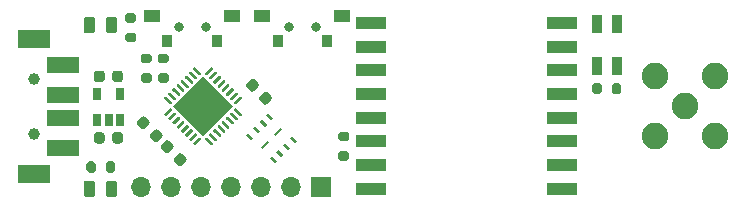
<source format=gbr>
%TF.GenerationSoftware,KiCad,Pcbnew,(5.1.9)-1*%
%TF.CreationDate,2021-02-26T13:25:28+01:00*%
%TF.ProjectId,DynaLoRa_Dongle,44796e61-4c6f-4526-915f-446f6e676c65,rev?*%
%TF.SameCoordinates,Original*%
%TF.FileFunction,Soldermask,Top*%
%TF.FilePolarity,Negative*%
%FSLAX46Y46*%
G04 Gerber Fmt 4.6, Leading zero omitted, Abs format (unit mm)*
G04 Created by KiCad (PCBNEW (5.1.9)-1) date 2021-02-26 13:25:28*
%MOMM*%
%LPD*%
G01*
G04 APERTURE LIST*
%ADD10C,0.100000*%
%ADD11R,0.850000X1.600000*%
%ADD12C,2.250000*%
%ADD13R,2.800000X1.400000*%
%ADD14R,2.700000X1.500000*%
%ADD15C,1.000000*%
%ADD16R,0.650000X1.060000*%
%ADD17R,2.500000X1.000000*%
%ADD18C,0.800000*%
%ADD19R,1.450000X1.000000*%
%ADD20R,0.900000X1.000000*%
%ADD21R,1.700000X1.700000*%
%ADD22O,1.700000X1.700000*%
G04 APERTURE END LIST*
%TO.C,C5*%
G36*
G01*
X28967862Y55671731D02*
X28605469Y55309338D01*
G75*
G02*
X28296109Y55309338I-154680J154680D01*
G01*
X27986750Y55618697D01*
G75*
G02*
X27986750Y55928057I154680J154680D01*
G01*
X28349143Y56290450D01*
G75*
G02*
X28658503Y56290450I154680J-154680D01*
G01*
X28967862Y55981091D01*
G75*
G02*
X28967862Y55671731I-154680J-154680D01*
G01*
G37*
G36*
G01*
X30081556Y54558037D02*
X29719163Y54195644D01*
G75*
G02*
X29409803Y54195644I-154680J154680D01*
G01*
X29100444Y54505003D01*
G75*
G02*
X29100444Y54814363I154680J154680D01*
G01*
X29462837Y55176756D01*
G75*
G02*
X29772197Y55176756I154680J-154680D01*
G01*
X30081556Y54867397D01*
G75*
G02*
X30081556Y54558037I-154680J-154680D01*
G01*
G37*
%TD*%
%TO.C,D2*%
G36*
G01*
X26291600Y50646650D02*
X26291600Y49734150D01*
G75*
G02*
X26047850Y49490400I-243750J0D01*
G01*
X25560350Y49490400D01*
G75*
G02*
X25316600Y49734150I0J243750D01*
G01*
X25316600Y50646650D01*
G75*
G02*
X25560350Y50890400I243750J0D01*
G01*
X26047850Y50890400D01*
G75*
G02*
X26291600Y50646650I0J-243750D01*
G01*
G37*
G36*
G01*
X24416600Y50646650D02*
X24416600Y49734150D01*
G75*
G02*
X24172850Y49490400I-243750J0D01*
G01*
X23685350Y49490400D01*
G75*
G02*
X23441600Y49734150I0J243750D01*
G01*
X23441600Y50646650D01*
G75*
G02*
X23685350Y50890400I243750J0D01*
G01*
X24172850Y50890400D01*
G75*
G02*
X24416600Y50646650I0J-243750D01*
G01*
G37*
%TD*%
D10*
%TO.C,U1*%
G36*
X38914661Y56457224D02*
G01*
X39091437Y56634000D01*
X39515701Y56209736D01*
X39338925Y56032960D01*
X38914661Y56457224D01*
G37*
G36*
X40894560Y54477325D02*
G01*
X41071336Y54654101D01*
X41495600Y54229837D01*
X41318824Y54053061D01*
X40894560Y54477325D01*
G37*
G36*
X38348975Y55891538D02*
G01*
X38525751Y56068314D01*
X38950015Y55644050D01*
X38773239Y55467274D01*
X38348975Y55891538D01*
G37*
G36*
X37783290Y55325853D02*
G01*
X37960066Y55502629D01*
X38384330Y55078365D01*
X38207554Y54901589D01*
X37783290Y55325853D01*
G37*
G36*
X37217604Y54760167D02*
G01*
X37394380Y54936943D01*
X37818644Y54512679D01*
X37641868Y54335903D01*
X37217604Y54760167D01*
G37*
G36*
X40328874Y53911639D02*
G01*
X40505650Y54088415D01*
X40929914Y53664151D01*
X40753138Y53487375D01*
X40328874Y53911639D01*
G37*
G36*
X39763189Y53345954D02*
G01*
X39939965Y53522730D01*
X40364229Y53098466D01*
X40187453Y52921690D01*
X39763189Y53345954D01*
G37*
G36*
X39197503Y52780268D02*
G01*
X39374279Y52957044D01*
X39798543Y52532780D01*
X39621767Y52356004D01*
X39197503Y52780268D01*
G37*
G36*
X38423221Y53703042D02*
G01*
X38988906Y54268727D01*
X39130327Y54127306D01*
X38564642Y53561621D01*
X38423221Y53703042D01*
G37*
G36*
X39536773Y54816594D02*
G01*
X40102458Y55382279D01*
X40243879Y55240858D01*
X39678194Y54675173D01*
X39536773Y54816594D01*
G37*
%TD*%
%TO.C,C1*%
G36*
G01*
X24315000Y54258400D02*
X24315000Y54758400D01*
G75*
G02*
X24540000Y54983400I225000J0D01*
G01*
X24990000Y54983400D01*
G75*
G02*
X25215000Y54758400I0J-225000D01*
G01*
X25215000Y54258400D01*
G75*
G02*
X24990000Y54033400I-225000J0D01*
G01*
X24540000Y54033400D01*
G75*
G02*
X24315000Y54258400I0J225000D01*
G01*
G37*
G36*
G01*
X25865000Y54258400D02*
X25865000Y54758400D01*
G75*
G02*
X26090000Y54983400I225000J0D01*
G01*
X26540000Y54983400D01*
G75*
G02*
X26765000Y54758400I0J-225000D01*
G01*
X26765000Y54258400D01*
G75*
G02*
X26540000Y54033400I-225000J0D01*
G01*
X26090000Y54033400D01*
G75*
G02*
X25865000Y54258400I0J225000D01*
G01*
G37*
%TD*%
%TO.C,C2*%
G36*
G01*
X38330833Y58013413D02*
X38684387Y58366967D01*
G75*
G02*
X39002585Y58366967I159099J-159099D01*
G01*
X39320783Y58048769D01*
G75*
G02*
X39320783Y57730571I-159099J-159099D01*
G01*
X38967229Y57377017D01*
G75*
G02*
X38649031Y57377017I-159099J159099D01*
G01*
X38330833Y57695215D01*
G75*
G02*
X38330833Y58013413I159099J159099D01*
G01*
G37*
G36*
G01*
X37234817Y59109429D02*
X37588371Y59462983D01*
G75*
G02*
X37906569Y59462983I159099J-159099D01*
G01*
X38224767Y59144785D01*
G75*
G02*
X38224767Y58826587I-159099J-159099D01*
G01*
X37871213Y58473033D01*
G75*
G02*
X37553015Y58473033I-159099J159099D01*
G01*
X37234817Y58791231D01*
G75*
G02*
X37234817Y59109429I159099J159099D01*
G01*
G37*
%TD*%
%TO.C,C3*%
G36*
G01*
X25865000Y59465400D02*
X25865000Y59965400D01*
G75*
G02*
X26090000Y60190400I225000J0D01*
G01*
X26540000Y60190400D01*
G75*
G02*
X26765000Y59965400I0J-225000D01*
G01*
X26765000Y59465400D01*
G75*
G02*
X26540000Y59240400I-225000J0D01*
G01*
X26090000Y59240400D01*
G75*
G02*
X25865000Y59465400I0J225000D01*
G01*
G37*
G36*
G01*
X24315000Y59465400D02*
X24315000Y59965400D01*
G75*
G02*
X24540000Y60190400I225000J0D01*
G01*
X24990000Y60190400D01*
G75*
G02*
X25215000Y59965400I0J-225000D01*
G01*
X25215000Y59465400D01*
G75*
G02*
X24990000Y59240400I-225000J0D01*
G01*
X24540000Y59240400D01*
G75*
G02*
X24315000Y59465400I0J225000D01*
G01*
G37*
%TD*%
%TO.C,C4*%
G36*
G01*
X30021217Y53902429D02*
X30374771Y54255983D01*
G75*
G02*
X30692969Y54255983I159099J-159099D01*
G01*
X31011167Y53937785D01*
G75*
G02*
X31011167Y53619587I-159099J-159099D01*
G01*
X30657613Y53266033D01*
G75*
G02*
X30339415Y53266033I-159099J159099D01*
G01*
X30021217Y53584231D01*
G75*
G02*
X30021217Y53902429I159099J159099D01*
G01*
G37*
G36*
G01*
X31117233Y52806413D02*
X31470787Y53159967D01*
G75*
G02*
X31788985Y53159967I159099J-159099D01*
G01*
X32107183Y52841769D01*
G75*
G02*
X32107183Y52523571I-159099J-159099D01*
G01*
X31753629Y52170017D01*
G75*
G02*
X31435431Y52170017I-159099J159099D01*
G01*
X31117233Y52488215D01*
G75*
G02*
X31117233Y52806413I159099J159099D01*
G01*
G37*
%TD*%
%TO.C,D1*%
G36*
G01*
X23441600Y63602550D02*
X23441600Y64515050D01*
G75*
G02*
X23685350Y64758800I243750J0D01*
G01*
X24172850Y64758800D01*
G75*
G02*
X24416600Y64515050I0J-243750D01*
G01*
X24416600Y63602550D01*
G75*
G02*
X24172850Y63358800I-243750J0D01*
G01*
X23685350Y63358800D01*
G75*
G02*
X23441600Y63602550I0J243750D01*
G01*
G37*
G36*
G01*
X25316600Y63602550D02*
X25316600Y64515050D01*
G75*
G02*
X25560350Y64758800I243750J0D01*
G01*
X26047850Y64758800D01*
G75*
G02*
X26291600Y64515050I0J-243750D01*
G01*
X26291600Y63602550D01*
G75*
G02*
X26047850Y63358800I-243750J0D01*
G01*
X25560350Y63358800D01*
G75*
G02*
X25316600Y63602550I0J243750D01*
G01*
G37*
%TD*%
D11*
%TO.C,D3*%
X68642200Y64132400D03*
X66892200Y64132400D03*
X68642200Y60632400D03*
X66892200Y60632400D03*
%TD*%
D12*
%TO.C,J2*%
X74396600Y57200800D03*
X71856600Y54660800D03*
X76936600Y54660800D03*
X76936600Y59740800D03*
X71856600Y59740800D03*
%TD*%
D13*
%TO.C,J3*%
X21666200Y56155200D03*
X21666200Y58155200D03*
D14*
X19216200Y62855200D03*
D15*
X19216200Y59455200D03*
D14*
X19216200Y51455200D03*
D13*
X21666200Y53655200D03*
D15*
X19216200Y54855200D03*
D13*
X21666200Y60655200D03*
%TD*%
%TO.C,R1*%
G36*
G01*
X45741000Y52572200D02*
X45191000Y52572200D01*
G75*
G02*
X44991000Y52772200I0J200000D01*
G01*
X44991000Y53172200D01*
G75*
G02*
X45191000Y53372200I200000J0D01*
G01*
X45741000Y53372200D01*
G75*
G02*
X45941000Y53172200I0J-200000D01*
G01*
X45941000Y52772200D01*
G75*
G02*
X45741000Y52572200I-200000J0D01*
G01*
G37*
G36*
G01*
X45741000Y54222200D02*
X45191000Y54222200D01*
G75*
G02*
X44991000Y54422200I0J200000D01*
G01*
X44991000Y54822200D01*
G75*
G02*
X45191000Y55022200I200000J0D01*
G01*
X45741000Y55022200D01*
G75*
G02*
X45941000Y54822200I0J-200000D01*
G01*
X45941000Y54422200D01*
G75*
G02*
X45741000Y54222200I-200000J0D01*
G01*
G37*
%TD*%
%TO.C,R2*%
G36*
G01*
X67291400Y58949000D02*
X67291400Y58399000D01*
G75*
G02*
X67091400Y58199000I-200000J0D01*
G01*
X66691400Y58199000D01*
G75*
G02*
X66491400Y58399000I0J200000D01*
G01*
X66491400Y58949000D01*
G75*
G02*
X66691400Y59149000I200000J0D01*
G01*
X67091400Y59149000D01*
G75*
G02*
X67291400Y58949000I0J-200000D01*
G01*
G37*
G36*
G01*
X68941400Y58949000D02*
X68941400Y58399000D01*
G75*
G02*
X68741400Y58199000I-200000J0D01*
G01*
X68341400Y58199000D01*
G75*
G02*
X68141400Y58399000I0J200000D01*
G01*
X68141400Y58949000D01*
G75*
G02*
X68341400Y59149000I200000J0D01*
G01*
X68741400Y59149000D01*
G75*
G02*
X68941400Y58949000I0J-200000D01*
G01*
G37*
%TD*%
%TO.C,R3*%
G36*
G01*
X27707000Y64255200D02*
X27157000Y64255200D01*
G75*
G02*
X26957000Y64455200I0J200000D01*
G01*
X26957000Y64855200D01*
G75*
G02*
X27157000Y65055200I200000J0D01*
G01*
X27707000Y65055200D01*
G75*
G02*
X27907000Y64855200I0J-200000D01*
G01*
X27907000Y64455200D01*
G75*
G02*
X27707000Y64255200I-200000J0D01*
G01*
G37*
G36*
G01*
X27707000Y62605200D02*
X27157000Y62605200D01*
G75*
G02*
X26957000Y62805200I0J200000D01*
G01*
X26957000Y63205200D01*
G75*
G02*
X27157000Y63405200I200000J0D01*
G01*
X27707000Y63405200D01*
G75*
G02*
X27907000Y63205200I0J-200000D01*
G01*
X27907000Y62805200D01*
G75*
G02*
X27707000Y62605200I-200000J0D01*
G01*
G37*
%TD*%
%TO.C,R4*%
G36*
G01*
X26117000Y52319600D02*
X26117000Y51769600D01*
G75*
G02*
X25917000Y51569600I-200000J0D01*
G01*
X25517000Y51569600D01*
G75*
G02*
X25317000Y51769600I0J200000D01*
G01*
X25317000Y52319600D01*
G75*
G02*
X25517000Y52519600I200000J0D01*
G01*
X25917000Y52519600D01*
G75*
G02*
X26117000Y52319600I0J-200000D01*
G01*
G37*
G36*
G01*
X24467000Y52319600D02*
X24467000Y51769600D01*
G75*
G02*
X24267000Y51569600I-200000J0D01*
G01*
X23867000Y51569600D01*
G75*
G02*
X23667000Y51769600I0J200000D01*
G01*
X23667000Y52319600D01*
G75*
G02*
X23867000Y52519600I200000J0D01*
G01*
X24267000Y52519600D01*
G75*
G02*
X24467000Y52319600I0J-200000D01*
G01*
G37*
%TD*%
%TO.C,R5*%
G36*
G01*
X29900200Y61626200D02*
X30450200Y61626200D01*
G75*
G02*
X30650200Y61426200I0J-200000D01*
G01*
X30650200Y61026200D01*
G75*
G02*
X30450200Y60826200I-200000J0D01*
G01*
X29900200Y60826200D01*
G75*
G02*
X29700200Y61026200I0J200000D01*
G01*
X29700200Y61426200D01*
G75*
G02*
X29900200Y61626200I200000J0D01*
G01*
G37*
G36*
G01*
X29900200Y59976200D02*
X30450200Y59976200D01*
G75*
G02*
X30650200Y59776200I0J-200000D01*
G01*
X30650200Y59376200D01*
G75*
G02*
X30450200Y59176200I-200000J0D01*
G01*
X29900200Y59176200D01*
G75*
G02*
X29700200Y59376200I0J200000D01*
G01*
X29700200Y59776200D01*
G75*
G02*
X29900200Y59976200I200000J0D01*
G01*
G37*
%TD*%
%TO.C,R6*%
G36*
G01*
X28477800Y59976200D02*
X29027800Y59976200D01*
G75*
G02*
X29227800Y59776200I0J-200000D01*
G01*
X29227800Y59376200D01*
G75*
G02*
X29027800Y59176200I-200000J0D01*
G01*
X28477800Y59176200D01*
G75*
G02*
X28277800Y59376200I0J200000D01*
G01*
X28277800Y59776200D01*
G75*
G02*
X28477800Y59976200I200000J0D01*
G01*
G37*
G36*
G01*
X28477800Y61626200D02*
X29027800Y61626200D01*
G75*
G02*
X29227800Y61426200I0J-200000D01*
G01*
X29227800Y61026200D01*
G75*
G02*
X29027800Y60826200I-200000J0D01*
G01*
X28477800Y60826200D01*
G75*
G02*
X28277800Y61026200I0J200000D01*
G01*
X28277800Y61426200D01*
G75*
G02*
X28477800Y61626200I200000J0D01*
G01*
G37*
%TD*%
D16*
%TO.C,U3*%
X24602400Y56024600D03*
X25552400Y56024600D03*
X26502400Y56024600D03*
X26502400Y58224600D03*
X24602400Y58224600D03*
%TD*%
D17*
%TO.C,U4*%
X47749000Y64223400D03*
X47749000Y62223400D03*
X47749000Y60223400D03*
X47749000Y58223400D03*
X47749000Y56223400D03*
X47749000Y54223400D03*
X47749000Y52223400D03*
X47749000Y50223400D03*
X63949000Y50223400D03*
X63949000Y52223400D03*
X63949000Y54223400D03*
X63949000Y56223400D03*
X63949000Y58223400D03*
X63949000Y60223400D03*
X63949000Y62223400D03*
X63949000Y64223400D03*
%TD*%
%TO.C,U2*%
G36*
G01*
X34375412Y53966904D02*
X34287023Y53878515D01*
G75*
G02*
X34198635Y53878515I-44194J44194D01*
G01*
X33721338Y54355812D01*
G75*
G02*
X33721338Y54444200I44194J44194D01*
G01*
X33809727Y54532589D01*
G75*
G02*
X33898115Y54532589I44194J-44194D01*
G01*
X34375412Y54055292D01*
G75*
G02*
X34375412Y53966904I-44194J-44194D01*
G01*
G37*
G36*
G01*
X34728965Y54320457D02*
X34640576Y54232068D01*
G75*
G02*
X34552188Y54232068I-44194J44194D01*
G01*
X34074891Y54709365D01*
G75*
G02*
X34074891Y54797753I44194J44194D01*
G01*
X34163280Y54886142D01*
G75*
G02*
X34251668Y54886142I44194J-44194D01*
G01*
X34728965Y54408845D01*
G75*
G02*
X34728965Y54320457I-44194J-44194D01*
G01*
G37*
G36*
G01*
X35082519Y54674010D02*
X34994130Y54585621D01*
G75*
G02*
X34905742Y54585621I-44194J44194D01*
G01*
X34428445Y55062918D01*
G75*
G02*
X34428445Y55151306I44194J44194D01*
G01*
X34516834Y55239695D01*
G75*
G02*
X34605222Y55239695I44194J-44194D01*
G01*
X35082519Y54762398D01*
G75*
G02*
X35082519Y54674010I-44194J-44194D01*
G01*
G37*
G36*
G01*
X35436072Y55027564D02*
X35347683Y54939175D01*
G75*
G02*
X35259295Y54939175I-44194J44194D01*
G01*
X34781998Y55416472D01*
G75*
G02*
X34781998Y55504860I44194J44194D01*
G01*
X34870387Y55593249D01*
G75*
G02*
X34958775Y55593249I44194J-44194D01*
G01*
X35436072Y55115952D01*
G75*
G02*
X35436072Y55027564I-44194J-44194D01*
G01*
G37*
G36*
G01*
X35789625Y55381117D02*
X35701236Y55292728D01*
G75*
G02*
X35612848Y55292728I-44194J44194D01*
G01*
X35135551Y55770025D01*
G75*
G02*
X35135551Y55858413I44194J44194D01*
G01*
X35223940Y55946802D01*
G75*
G02*
X35312328Y55946802I44194J-44194D01*
G01*
X35789625Y55469505D01*
G75*
G02*
X35789625Y55381117I-44194J-44194D01*
G01*
G37*
G36*
G01*
X36143179Y55734670D02*
X36054790Y55646281D01*
G75*
G02*
X35966402Y55646281I-44194J44194D01*
G01*
X35489105Y56123578D01*
G75*
G02*
X35489105Y56211966I44194J44194D01*
G01*
X35577494Y56300355D01*
G75*
G02*
X35665882Y56300355I44194J-44194D01*
G01*
X36143179Y55823058D01*
G75*
G02*
X36143179Y55734670I-44194J-44194D01*
G01*
G37*
G36*
G01*
X36496732Y56088224D02*
X36408343Y55999835D01*
G75*
G02*
X36319955Y55999835I-44194J44194D01*
G01*
X35842658Y56477132D01*
G75*
G02*
X35842658Y56565520I44194J44194D01*
G01*
X35931047Y56653909D01*
G75*
G02*
X36019435Y56653909I44194J-44194D01*
G01*
X36496732Y56176612D01*
G75*
G02*
X36496732Y56088224I-44194J-44194D01*
G01*
G37*
G36*
G01*
X36850285Y56441777D02*
X36761896Y56353388D01*
G75*
G02*
X36673508Y56353388I-44194J44194D01*
G01*
X36196211Y56830685D01*
G75*
G02*
X36196211Y56919073I44194J44194D01*
G01*
X36284600Y57007462D01*
G75*
G02*
X36372988Y57007462I44194J-44194D01*
G01*
X36850285Y56530165D01*
G75*
G02*
X36850285Y56441777I-44194J-44194D01*
G01*
G37*
G36*
G01*
X36850285Y57820635D02*
X36372988Y57343338D01*
G75*
G02*
X36284600Y57343338I-44194J44194D01*
G01*
X36196211Y57431727D01*
G75*
G02*
X36196211Y57520115I44194J44194D01*
G01*
X36673508Y57997412D01*
G75*
G02*
X36761896Y57997412I44194J-44194D01*
G01*
X36850285Y57909023D01*
G75*
G02*
X36850285Y57820635I-44194J-44194D01*
G01*
G37*
G36*
G01*
X36496732Y58174188D02*
X36019435Y57696891D01*
G75*
G02*
X35931047Y57696891I-44194J44194D01*
G01*
X35842658Y57785280D01*
G75*
G02*
X35842658Y57873668I44194J44194D01*
G01*
X36319955Y58350965D01*
G75*
G02*
X36408343Y58350965I44194J-44194D01*
G01*
X36496732Y58262576D01*
G75*
G02*
X36496732Y58174188I-44194J-44194D01*
G01*
G37*
G36*
G01*
X36143179Y58527742D02*
X35665882Y58050445D01*
G75*
G02*
X35577494Y58050445I-44194J44194D01*
G01*
X35489105Y58138834D01*
G75*
G02*
X35489105Y58227222I44194J44194D01*
G01*
X35966402Y58704519D01*
G75*
G02*
X36054790Y58704519I44194J-44194D01*
G01*
X36143179Y58616130D01*
G75*
G02*
X36143179Y58527742I-44194J-44194D01*
G01*
G37*
G36*
G01*
X35789625Y58881295D02*
X35312328Y58403998D01*
G75*
G02*
X35223940Y58403998I-44194J44194D01*
G01*
X35135551Y58492387D01*
G75*
G02*
X35135551Y58580775I44194J44194D01*
G01*
X35612848Y59058072D01*
G75*
G02*
X35701236Y59058072I44194J-44194D01*
G01*
X35789625Y58969683D01*
G75*
G02*
X35789625Y58881295I-44194J-44194D01*
G01*
G37*
G36*
G01*
X35436072Y59234848D02*
X34958775Y58757551D01*
G75*
G02*
X34870387Y58757551I-44194J44194D01*
G01*
X34781998Y58845940D01*
G75*
G02*
X34781998Y58934328I44194J44194D01*
G01*
X35259295Y59411625D01*
G75*
G02*
X35347683Y59411625I44194J-44194D01*
G01*
X35436072Y59323236D01*
G75*
G02*
X35436072Y59234848I-44194J-44194D01*
G01*
G37*
G36*
G01*
X35082519Y59588402D02*
X34605222Y59111105D01*
G75*
G02*
X34516834Y59111105I-44194J44194D01*
G01*
X34428445Y59199494D01*
G75*
G02*
X34428445Y59287882I44194J44194D01*
G01*
X34905742Y59765179D01*
G75*
G02*
X34994130Y59765179I44194J-44194D01*
G01*
X35082519Y59676790D01*
G75*
G02*
X35082519Y59588402I-44194J-44194D01*
G01*
G37*
G36*
G01*
X34728965Y59941955D02*
X34251668Y59464658D01*
G75*
G02*
X34163280Y59464658I-44194J44194D01*
G01*
X34074891Y59553047D01*
G75*
G02*
X34074891Y59641435I44194J44194D01*
G01*
X34552188Y60118732D01*
G75*
G02*
X34640576Y60118732I44194J-44194D01*
G01*
X34728965Y60030343D01*
G75*
G02*
X34728965Y59941955I-44194J-44194D01*
G01*
G37*
G36*
G01*
X34375412Y60295508D02*
X33898115Y59818211D01*
G75*
G02*
X33809727Y59818211I-44194J44194D01*
G01*
X33721338Y59906600D01*
G75*
G02*
X33721338Y59994988I44194J44194D01*
G01*
X34198635Y60472285D01*
G75*
G02*
X34287023Y60472285I44194J-44194D01*
G01*
X34375412Y60383896D01*
G75*
G02*
X34375412Y60295508I-44194J-44194D01*
G01*
G37*
G36*
G01*
X33385462Y59906600D02*
X33297073Y59818211D01*
G75*
G02*
X33208685Y59818211I-44194J44194D01*
G01*
X32731388Y60295508D01*
G75*
G02*
X32731388Y60383896I44194J44194D01*
G01*
X32819777Y60472285D01*
G75*
G02*
X32908165Y60472285I44194J-44194D01*
G01*
X33385462Y59994988D01*
G75*
G02*
X33385462Y59906600I-44194J-44194D01*
G01*
G37*
G36*
G01*
X33031909Y59553047D02*
X32943520Y59464658D01*
G75*
G02*
X32855132Y59464658I-44194J44194D01*
G01*
X32377835Y59941955D01*
G75*
G02*
X32377835Y60030343I44194J44194D01*
G01*
X32466224Y60118732D01*
G75*
G02*
X32554612Y60118732I44194J-44194D01*
G01*
X33031909Y59641435D01*
G75*
G02*
X33031909Y59553047I-44194J-44194D01*
G01*
G37*
G36*
G01*
X32678355Y59199494D02*
X32589966Y59111105D01*
G75*
G02*
X32501578Y59111105I-44194J44194D01*
G01*
X32024281Y59588402D01*
G75*
G02*
X32024281Y59676790I44194J44194D01*
G01*
X32112670Y59765179D01*
G75*
G02*
X32201058Y59765179I44194J-44194D01*
G01*
X32678355Y59287882D01*
G75*
G02*
X32678355Y59199494I-44194J-44194D01*
G01*
G37*
G36*
G01*
X32324802Y58845940D02*
X32236413Y58757551D01*
G75*
G02*
X32148025Y58757551I-44194J44194D01*
G01*
X31670728Y59234848D01*
G75*
G02*
X31670728Y59323236I44194J44194D01*
G01*
X31759117Y59411625D01*
G75*
G02*
X31847505Y59411625I44194J-44194D01*
G01*
X32324802Y58934328D01*
G75*
G02*
X32324802Y58845940I-44194J-44194D01*
G01*
G37*
G36*
G01*
X31971249Y58492387D02*
X31882860Y58403998D01*
G75*
G02*
X31794472Y58403998I-44194J44194D01*
G01*
X31317175Y58881295D01*
G75*
G02*
X31317175Y58969683I44194J44194D01*
G01*
X31405564Y59058072D01*
G75*
G02*
X31493952Y59058072I44194J-44194D01*
G01*
X31971249Y58580775D01*
G75*
G02*
X31971249Y58492387I-44194J-44194D01*
G01*
G37*
G36*
G01*
X31617695Y58138834D02*
X31529306Y58050445D01*
G75*
G02*
X31440918Y58050445I-44194J44194D01*
G01*
X30963621Y58527742D01*
G75*
G02*
X30963621Y58616130I44194J44194D01*
G01*
X31052010Y58704519D01*
G75*
G02*
X31140398Y58704519I44194J-44194D01*
G01*
X31617695Y58227222D01*
G75*
G02*
X31617695Y58138834I-44194J-44194D01*
G01*
G37*
G36*
G01*
X31264142Y57785280D02*
X31175753Y57696891D01*
G75*
G02*
X31087365Y57696891I-44194J44194D01*
G01*
X30610068Y58174188D01*
G75*
G02*
X30610068Y58262576I44194J44194D01*
G01*
X30698457Y58350965D01*
G75*
G02*
X30786845Y58350965I44194J-44194D01*
G01*
X31264142Y57873668D01*
G75*
G02*
X31264142Y57785280I-44194J-44194D01*
G01*
G37*
G36*
G01*
X30910589Y57431727D02*
X30822200Y57343338D01*
G75*
G02*
X30733812Y57343338I-44194J44194D01*
G01*
X30256515Y57820635D01*
G75*
G02*
X30256515Y57909023I44194J44194D01*
G01*
X30344904Y57997412D01*
G75*
G02*
X30433292Y57997412I44194J-44194D01*
G01*
X30910589Y57520115D01*
G75*
G02*
X30910589Y57431727I-44194J-44194D01*
G01*
G37*
G36*
G01*
X30910589Y56830685D02*
X30433292Y56353388D01*
G75*
G02*
X30344904Y56353388I-44194J44194D01*
G01*
X30256515Y56441777D01*
G75*
G02*
X30256515Y56530165I44194J44194D01*
G01*
X30733812Y57007462D01*
G75*
G02*
X30822200Y57007462I44194J-44194D01*
G01*
X30910589Y56919073D01*
G75*
G02*
X30910589Y56830685I-44194J-44194D01*
G01*
G37*
G36*
G01*
X31264142Y56477132D02*
X30786845Y55999835D01*
G75*
G02*
X30698457Y55999835I-44194J44194D01*
G01*
X30610068Y56088224D01*
G75*
G02*
X30610068Y56176612I44194J44194D01*
G01*
X31087365Y56653909D01*
G75*
G02*
X31175753Y56653909I44194J-44194D01*
G01*
X31264142Y56565520D01*
G75*
G02*
X31264142Y56477132I-44194J-44194D01*
G01*
G37*
G36*
G01*
X31617695Y56123578D02*
X31140398Y55646281D01*
G75*
G02*
X31052010Y55646281I-44194J44194D01*
G01*
X30963621Y55734670D01*
G75*
G02*
X30963621Y55823058I44194J44194D01*
G01*
X31440918Y56300355D01*
G75*
G02*
X31529306Y56300355I44194J-44194D01*
G01*
X31617695Y56211966D01*
G75*
G02*
X31617695Y56123578I-44194J-44194D01*
G01*
G37*
G36*
G01*
X31971249Y55770025D02*
X31493952Y55292728D01*
G75*
G02*
X31405564Y55292728I-44194J44194D01*
G01*
X31317175Y55381117D01*
G75*
G02*
X31317175Y55469505I44194J44194D01*
G01*
X31794472Y55946802D01*
G75*
G02*
X31882860Y55946802I44194J-44194D01*
G01*
X31971249Y55858413D01*
G75*
G02*
X31971249Y55770025I-44194J-44194D01*
G01*
G37*
G36*
G01*
X32324802Y55416472D02*
X31847505Y54939175D01*
G75*
G02*
X31759117Y54939175I-44194J44194D01*
G01*
X31670728Y55027564D01*
G75*
G02*
X31670728Y55115952I44194J44194D01*
G01*
X32148025Y55593249D01*
G75*
G02*
X32236413Y55593249I44194J-44194D01*
G01*
X32324802Y55504860D01*
G75*
G02*
X32324802Y55416472I-44194J-44194D01*
G01*
G37*
G36*
G01*
X32678355Y55062918D02*
X32201058Y54585621D01*
G75*
G02*
X32112670Y54585621I-44194J44194D01*
G01*
X32024281Y54674010D01*
G75*
G02*
X32024281Y54762398I44194J44194D01*
G01*
X32501578Y55239695D01*
G75*
G02*
X32589966Y55239695I44194J-44194D01*
G01*
X32678355Y55151306D01*
G75*
G02*
X32678355Y55062918I-44194J-44194D01*
G01*
G37*
G36*
G01*
X33031909Y54709365D02*
X32554612Y54232068D01*
G75*
G02*
X32466224Y54232068I-44194J44194D01*
G01*
X32377835Y54320457D01*
G75*
G02*
X32377835Y54408845I44194J44194D01*
G01*
X32855132Y54886142D01*
G75*
G02*
X32943520Y54886142I44194J-44194D01*
G01*
X33031909Y54797753D01*
G75*
G02*
X33031909Y54709365I-44194J-44194D01*
G01*
G37*
G36*
G01*
X33385462Y54355812D02*
X32908165Y53878515D01*
G75*
G02*
X32819777Y53878515I-44194J44194D01*
G01*
X32731388Y53966904D01*
G75*
G02*
X32731388Y54055292I44194J44194D01*
G01*
X33208685Y54532589D01*
G75*
G02*
X33297073Y54532589I44194J-44194D01*
G01*
X33385462Y54444200D01*
G75*
G02*
X33385462Y54355812I-44194J-44194D01*
G01*
G37*
D10*
G36*
X36098984Y57175400D02*
G01*
X33553400Y54629816D01*
X31007816Y57175400D01*
X33553400Y59720984D01*
X36098984Y57175400D01*
G37*
%TD*%
D18*
%TO.C,SW1*%
X40807200Y63912600D03*
X43107200Y63912600D03*
D19*
X45357200Y64812600D03*
X38557200Y64812600D03*
D20*
X39857200Y62712600D03*
X44057200Y62712600D03*
%TD*%
%TO.C,SW2*%
X34739000Y62712600D03*
X30539000Y62712600D03*
D19*
X29239000Y64812600D03*
X36039000Y64812600D03*
D18*
X33789000Y63912600D03*
X31489000Y63912600D03*
%TD*%
D21*
%TO.C,J1*%
X43510200Y50368200D03*
D22*
X40970200Y50368200D03*
X38430200Y50368200D03*
X35890200Y50368200D03*
X33350200Y50368200D03*
X30810200Y50368200D03*
X28270200Y50368200D03*
%TD*%
M02*

</source>
